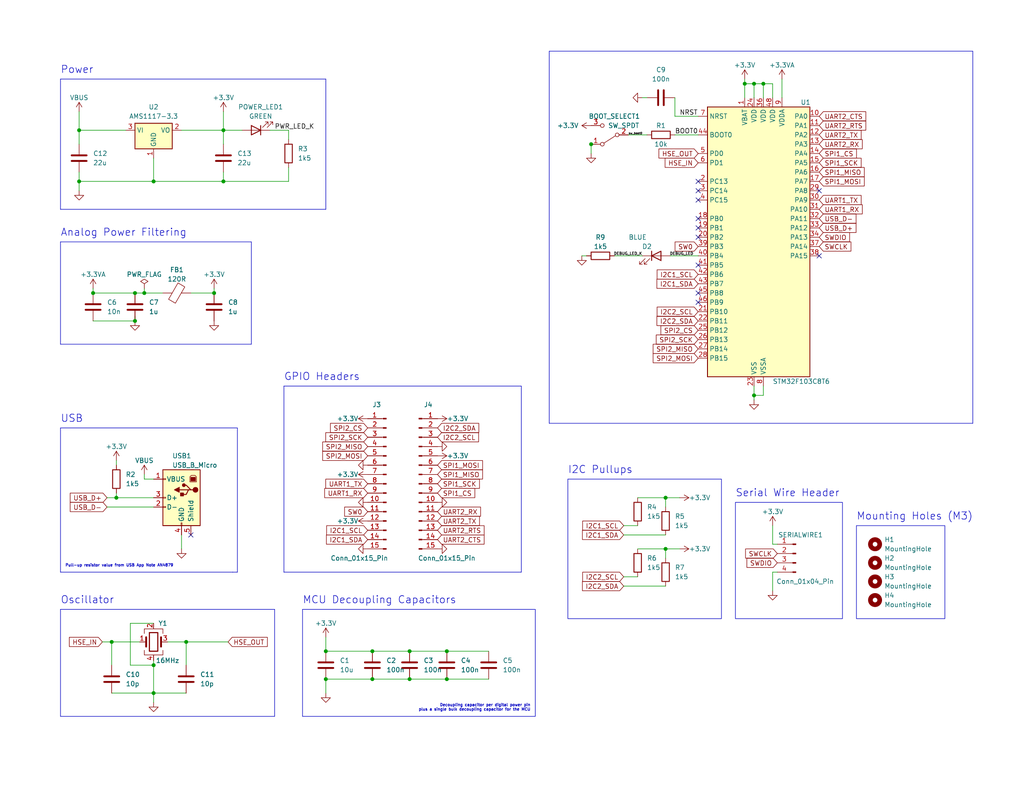
<source format=kicad_sch>
(kicad_sch (version 20230121) (generator eeschema)
  (paper "USLetter")
  (title_block (title "STM32F1 GPIO Breakout Board") (date "2023-10-27") (rev "1.0") (company "James Pack"))
  (lib_symbols
    (symbol "Connector:Conn_01x04_Pin" (pin_names (offset 1.016) hide)
      (property "Reference" "J" (at 0 5.08 0))
      (property "Value" "Conn_01x04_Pin" (at 0 -7.62 0))
      (symbol "Conn_01x04_Pin_1_1"
        (pin passive line (at 5.08 2.54 180) (length 3.81) (name "Pin_1") (number "1"))
        (pin passive line (at 5.08 0 180) (length 3.81) (name "Pin_2") (number "2"))
        (pin passive line (at 5.08 -2.54 180) (length 3.81) (name "Pin_3") (number "3"))
        (pin passive line (at 5.08 -5.08 180) (length 3.81) (name "Pin_4") (number "4"))
      )
    )
    (symbol "Connector:Conn_01x15_Pin" (pin_names (offset 1.016) hide)
      (property "Reference" "J" (at 0 20.32 0))
      (property "Value" "Conn_01x15_Pin" (at 0 -20.32 0))
      (symbol "Conn_01x15_Pin_1_1"
        (pin passive line (at 5.08 17.78 180) (length 3.81) (name "Pin_1") (number "1"))
        (pin passive line (at 5.08 -5.08 180) (length 3.81) (name "Pin_10") (number "10"))
        (pin passive line (at 5.08 -7.62 180) (length 3.81) (name "Pin_11") (number "11"))
        (pin passive line (at 5.08 -10.16 180) (length 3.81) (name "Pin_12") (number "12"))
        (pin passive line (at 5.08 -12.7 180) (length 3.81) (name "Pin_13") (number "13"))
        (pin passive line (at 5.08 -15.24 180) (length 3.81) (name "Pin_14") (number "14"))
        (pin passive line (at 5.08 -17.78 180) (length 3.81) (name "Pin_15") (number "15"))
        (pin passive line (at 5.08 15.24 180) (length 3.81) (name "Pin_2") (number "2"))
        (pin passive line (at 5.08 12.7 180) (length 3.81) (name "Pin_3") (number "3"))
        (pin passive line (at 5.08 10.16 180) (length 3.81) (name "Pin_4") (number "4"))
        (pin passive line (at 5.08 7.62 180) (length 3.81) (name "Pin_5") (number "5"))
        (pin passive line (at 5.08 5.08 180) (length 3.81) (name "Pin_6") (number "6"))
        (pin passive line (at 5.08 2.54 180) (length 3.81) (name "Pin_7") (number "7"))
        (pin passive line (at 5.08 0 180) (length 3.81) (name "Pin_8") (number "8"))
        (pin passive line (at 5.08 -2.54 180) (length 3.81) (name "Pin_9") (number "9"))
      )
    )
    (symbol "Connector:USB_B" (pin_names (offset 1.016))
      (property "Reference" "J" (at -5.08 11.43 0))
      (property "Value" "USB_B" (at -5.08 8.89 0))
      (symbol "USB_B_1_1"
        (pin power_out line (at 7.62 5.08 180) (length 2.54) (name "VBUS") (number "1"))
        (pin bidirectional line (at 7.62 -2.54 180) (length 2.54) (name "D-") (number "2"))
        (pin bidirectional line (at 7.62 0 180) (length 2.54) (name "D+") (number "3"))
        (pin power_out line (at 0 -10.16 90) (length 2.54) (name "GND") (number "4"))
        (pin passive line (at -2.54 -10.16 90) (length 2.54) (name "Shield") (number "5"))
      )
    )
    (symbol "Device:C" (pin_numbers hide) (pin_names (offset 0.254))
      (property "Reference" "C" (at 0.635 2.54 0))
      (property "Value" "C" (at 0.635 -2.54 0))
      (symbol "C_1_1"
        (pin passive line (at 0 3.81 270) (length 2.794) (name "~") (number "1"))
        (pin passive line (at 0 -3.81 90) (length 2.794) (name "~") (number "2"))
      )
    )
    (symbol "Device:Crystal_GND24" (pin_names (offset 1.016) hide)
      (property "Reference" "Y" (at 3.175 5.08 0))
      (property "Value" "Crystal_GND24" (at 3.175 3.175 0))
      (symbol "Crystal_GND24_1_1"
        (pin passive line (at -3.81 0 0) (length 1.27) (name "1") (number "1"))
        (pin passive line (at 0 5.08 270) (length 1.27) (name "2") (number "2"))
        (pin passive line (at 3.81 0 180) (length 1.27) (name "3") (number "3"))
        (pin passive line (at 0 -5.08 90) (length 1.27) (name "4") (number "4"))
      )
    )
    (symbol "Device:FerriteBead" (pin_numbers hide) (pin_names (offset 0))
      (property "Reference" "FB" (at -3.81 0.635 90))
      (property "Value" "FerriteBead" (at 3.81 0 90))
      (symbol "FerriteBead_1_1"
        (pin passive line (at 0 3.81 270) (length 2.54) (name "~") (number "1"))
        (pin passive line (at 0 -3.81 90) (length 2.54) (name "~") (number "2"))
      )
    )
    (symbol "Device:LED" (pin_numbers hide) (pin_names (offset 1.016) hide)
      (property "Reference" "D" (at 0 2.54 0))
      (property "Value" "LED" (at 0 -2.54 0))
      (symbol "LED_1_1"
        (pin passive line (at -3.81 0 0) (length 2.54) (name "K") (number "1"))
        (pin passive line (at 3.81 0 180) (length 2.54) (name "A") (number "2"))
      )
    )
    (symbol "Device:R" (pin_numbers hide) (pin_names (offset 0))
      (property "Reference" "R" (at 2.032 0 90))
      (property "Value" "R" (at 0 0 90))
      (symbol "R_1_1"
        (pin passive line (at 0 3.81 270) (length 1.27) (name "~") (number "1"))
        (pin passive line (at 0 -3.81 90) (length 1.27) (name "~") (number "2"))
      )
    )
    (symbol "MCU_ST_STM32F1:STM32F103C8Tx"
      (property "Reference" "U" (at -12.7 39.37 0))
      (property "Value" "STM32F103C8Tx" (at 10.16 39.37 0))
      (symbol "STM32F103C8Tx_1_1"
        (pin power_in line (at -2.54 40.64 270) (length 2.54) (name "VBAT") (number "1"))
        (pin bidirectional line (at 17.78 35.56 180) (length 2.54) (name "PA0") (number "10"))
        (pin bidirectional line (at 17.78 33.02 180) (length 2.54) (name "PA1") (number "11"))
        (pin bidirectional line (at 17.78 30.48 180) (length 2.54) (name "PA2") (number "12"))
        (pin bidirectional line (at 17.78 27.94 180) (length 2.54) (name "PA3") (number "13"))
        (pin bidirectional line (at 17.78 25.4 180) (length 2.54) (name "PA4") (number "14"))
        (pin bidirectional line (at 17.78 22.86 180) (length 2.54) (name "PA5") (number "15"))
        (pin bidirectional line (at 17.78 20.32 180) (length 2.54) (name "PA6") (number "16"))
        (pin bidirectional line (at 17.78 17.78 180) (length 2.54) (name "PA7") (number "17"))
        (pin bidirectional line (at -15.24 7.62 0) (length 2.54) (name "PB0") (number "18"))
        (pin bidirectional line (at -15.24 5.08 0) (length 2.54) (name "PB1") (number "19"))
        (pin bidirectional line (at -15.24 17.78 0) (length 2.54) (name "PC13") (number "2"))
        (pin bidirectional line (at -15.24 2.54 0) (length 2.54) (name "PB2") (number "20"))
        (pin bidirectional line (at -15.24 -17.78 0) (length 2.54) (name "PB10") (number "21"))
        (pin bidirectional line (at -15.24 -20.32 0) (length 2.54) (name "PB11") (number "22"))
        (pin power_in line (at 0 -38.1 90) (length 2.54) (name "VSS") (number "23"))
        (pin power_in line (at 0 40.64 270) (length 2.54) (name "VDD") (number "24"))
        (pin bidirectional line (at -15.24 -22.86 0) (length 2.54) (name "PB12") (number "25"))
        (pin bidirectional line (at -15.24 -25.4 0) (length 2.54) (name "PB13") (number "26"))
        (pin bidirectional line (at -15.24 -27.94 0) (length 2.54) (name "PB14") (number "27"))
        (pin bidirectional line (at -15.24 -30.48 0) (length 2.54) (name "PB15") (number "28"))
        (pin bidirectional line (at 17.78 15.24 180) (length 2.54) (name "PA8") (number "29"))
        (pin bidirectional line (at -15.24 15.24 0) (length 2.54) (name "PC14") (number "3"))
        (pin bidirectional line (at 17.78 12.7 180) (length 2.54) (name "PA9") (number "30"))
        (pin bidirectional line (at 17.78 10.16 180) (length 2.54) (name "PA10") (number "31"))
        (pin bidirectional line (at 17.78 7.62 180) (length 2.54) (name "PA11") (number "32"))
        (pin bidirectional line (at 17.78 5.08 180) (length 2.54) (name "PA12") (number "33"))
        (pin bidirectional line (at 17.78 2.54 180) (length 2.54) (name "PA13") (number "34"))
        (pin passive line (at 0 -38.1 90) (length 2.54) hide (name "VSS") (number "35"))
        (pin power_in line (at 2.54 40.64 270) (length 2.54) (name "VDD") (number "36"))
        (pin bidirectional line (at 17.78 0 180) (length 2.54) (name "PA14") (number "37"))
        (pin bidirectional line (at 17.78 -2.54 180) (length 2.54) (name "PA15") (number "38"))
        (pin bidirectional line (at -15.24 0 0) (length 2.54) (name "PB3") (number "39"))
        (pin bidirectional line (at -15.24 12.7 0) (length 2.54) (name "PC15") (number "4"))
        (pin bidirectional line (at -15.24 -2.54 0) (length 2.54) (name "PB4") (number "40"))
        (pin bidirectional line (at -15.24 -5.08 0) (length 2.54) (name "PB5") (number "41"))
        (pin bidirectional line (at -15.24 -7.62 0) (length 2.54) (name "PB6") (number "42"))
        (pin bidirectional line (at -15.24 -10.16 0) (length 2.54) (name "PB7") (number "43"))
        (pin input line (at -15.24 30.48 0) (length 2.54) (name "BOOT0") (number "44"))
        (pin bidirectional line (at -15.24 -12.7 0) (length 2.54) (name "PB8") (number "45"))
        (pin bidirectional line (at -15.24 -15.24 0) (length 2.54) (name "PB9") (number "46"))
        (pin passive line (at 0 -38.1 90) (length 2.54) hide (name "VSS") (number "47"))
        (pin power_in line (at 5.08 40.64 270) (length 2.54) (name "VDD") (number "48"))
        (pin bidirectional line (at -15.24 25.4 0) (length 2.54) (name "PD0") (number "5"))
        (pin bidirectional line (at -15.24 22.86 0) (length 2.54) (name "PD1") (number "6"))
        (pin input line (at -15.24 35.56 0) (length 2.54) (name "NRST") (number "7"))
        (pin power_in line (at 2.54 -38.1 90) (length 2.54) (name "VSSA") (number "8"))
        (pin power_in line (at 7.62 40.64 270) (length 2.54) (name "VDDA") (number "9"))
      )
    )
    (symbol "Mechanical:MountingHole" (pin_names (offset 1.016))
      (property "Reference" "H" (at 0 5.08 0))
      (property "Value" "MountingHole" (at 0 3.175 0))
    )
    (symbol "Regulator_Linear:AMS1117-3.3"
      (property "Reference" "U" (at -3.81 3.175 0))
      (property "Value" "AMS1117-3.3" (at 0 3.175 0))
      (symbol "AMS1117-3.3_1_1"
        (pin power_in line (at 0 -7.62 90) (length 2.54) (name "GND") (number "1"))
        (pin power_out line (at 7.62 0 180) (length 2.54) (name "VO") (number "2"))
        (pin power_in line (at -7.62 0 0) (length 2.54) (name "VI") (number "3"))
      )
    )
    (symbol "Switch:SW_SPDT" (pin_names (offset 0) hide)
      (property "Reference" "SW" (at 0 4.318 0))
      (property "Value" "SW_SPDT" (at 0 -5.08 0))
      (symbol "SW_SPDT_1_1"
        (pin passive line (at 5.08 2.54 180) (length 2.54) (name "A") (number "1"))
        (pin passive line (at -5.08 0 0) (length 2.54) (name "B") (number "2"))
        (pin passive line (at 5.08 -2.54 180) (length 2.54) (name "C") (number "3"))
      )
    )
    (symbol "power:+3.3V" (power) (pin_names (offset 0))
      (property "Value" "+3.3V" (at 0 3.556 0))
      (symbol "+3.3V_1_1"
        (pin power_in line (at 0 0 90) (length 0) hide (name "+3.3V") (number "1"))
      )
    )
    (symbol "power:+3.3VA" (power) (pin_names (offset 0))
      (property "Value" "+3.3VA" (at 0 3.556 0))
      (symbol "+3.3VA_1_1"
        (pin power_in line (at 0 0 90) (length 0) hide (name "+3.3VA") (number "1"))
      )
    )
    (symbol "power:GND" (power) (pin_names (offset 0))
      (property "Value" "GND" (at 0 -3.81 0))
      (symbol "GND_1_1"
        (pin power_in line (at 0 0 270) (length 0) hide (name "GND") (number "1"))
      )
    )
    (symbol "power:PWR_FLAG" (power) (pin_numbers hide) (pin_names (offset 0) hide)
      (property "Value" "PWR_FLAG" (at 0 3.81 0))
      (symbol "PWR_FLAG_0_0"
        (pin power_out line (at 0 0 90) (length 0) (name "pwr") (number "1"))
      )
    )
    (symbol "power:VBUS" (power) (pin_names (offset 0))
      (property "Value" "VBUS" (at 0 3.81 0))
      (symbol "VBUS_1_1"
        (pin power_in line (at 0 0 90) (length 0) hide (name "VBUS") (number "1"))
      )
    )
  )
  (junction (at 31.75 135.89))
  (junction (at 101.6 185.42))
  (junction (at 111.76 177.8))
  (junction (at 205.74 22.86))
  (junction (at 203.2 22.86))
  (junction (at 181.61 135.89))
  (junction (at 181.61 149.86))
  (junction (at 50.8 175.26))
  (junction (at 161.29 39.37))
  (junction (at 41.91 181.61))
  (junction (at 21.59 49.53))
  (junction (at 39.37 80.01))
  (junction (at 30.48 175.26))
  (junction (at 88.9 185.42))
  (junction (at 88.9 177.8))
  (junction (at 121.92 177.8))
  (junction (at 205.74 107.95))
  (junction (at 58.42 80.01))
  (junction (at 60.96 35.56))
  (junction (at 36.83 80.01))
  (junction (at 36.83 87.63))
  (junction (at 60.96 49.53))
  (junction (at 101.6 177.8))
  (junction (at 25.4 80.01))
  (junction (at 41.91 189.23))
  (junction (at 41.91 49.53))
  (junction (at 121.92 185.42))
  (junction (at 21.59 35.56))
  (junction (at 208.28 22.86))
  (junction (at 111.76 185.42))
  (no_connect (at 223.52 69.85))
  (no_connect (at 190.5 82.55))
  (no_connect (at 190.5 72.39))
  (no_connect (at 190.5 49.53))
  (no_connect (at 52.07 146.05))
  (no_connect (at 190.5 54.61))
  (no_connect (at 190.5 52.07))
  (no_connect (at 190.5 80.01))
  (no_connect (at 190.5 62.23))
  (no_connect (at 190.5 59.69))
  (no_connect (at 190.5 64.77))
  (no_connect (at 223.52 52.07))
  (wire (pts (xy 88.9 177.8) (xy 101.6 177.8)))
  (wire (pts (xy 36.83 80.01) (xy 39.37 80.01)))
  (wire (pts (xy 39.37 129.54) (xy 39.37 130.81)))
  (wire (pts (xy 208.28 107.95) (xy 205.74 107.95)))
  (polyline (pts (xy 142.24 105.41) (xy 142.24 156.21)))
  (wire (pts (xy 161.29 41.91) (xy 161.29 39.37)))
  (wire (pts (xy 41.91 181.61) (xy 41.91 189.23)))
  (wire (pts (xy 52.07 80.01) (xy 58.42 80.01)))
  (wire (pts (xy 58.42 78.74) (xy 58.42 80.01)))
  (polyline (pts (xy 17.78 116.84) (xy 64.77 116.84)))
  (wire (pts (xy 60.96 35.56) (xy 60.96 39.37)))
  (wire (pts (xy 111.76 185.42) (xy 121.92 185.42)))
  (wire (pts (xy 170.18 146.05) (xy 181.61 146.05)))
  (wire (pts (xy 182.88 69.85) (xy 190.5 69.85)))
  (wire (pts (xy 41.91 49.53) (xy 60.96 49.53)))
  (wire (pts (xy 50.8 175.26) (xy 62.23 175.26)))
  (wire (pts (xy 41.91 170.18) (xy 35.56 170.18)))
  (polyline (pts (xy 149.86 13.97) (xy 149.86 115.57)))
  (wire (pts (xy 205.74 26.67) (xy 205.74 22.86)))
  (wire (pts (xy 78.74 49.53) (xy 60.96 49.53)))
  (wire (pts (xy 78.74 45.72) (xy 78.74 49.53)))
  (wire (pts (xy 101.6 185.42) (xy 111.76 185.42)))
  (polyline (pts (xy 16.51 195.58) (xy 74.93 195.58)))
  (wire (pts (xy 111.76 177.8) (xy 121.92 177.8)))
  (wire (pts (xy 121.92 177.8) (xy 133.35 177.8)))
  (wire (pts (xy 31.75 135.89) (xy 41.91 135.89)))
  (polyline (pts (xy 146.05 166.37) (xy 146.05 195.58)))
  (polyline (pts (xy 68.58 66.04) (xy 68.58 93.98)))
  (wire (pts (xy 170.18 143.51) (xy 173.99 143.51)))
  (polyline (pts (xy 88.9 21.59) (xy 88.9 57.15)))
  (wire (pts (xy 101.6 177.8) (xy 111.76 177.8)))
  (wire (pts (xy 205.74 105.41) (xy 205.74 107.95)))
  (wire (pts (xy 184.15 31.75) (xy 190.5 31.75)))
  (wire (pts (xy 210.82 26.67) (xy 210.82 22.86)))
  (wire (pts (xy 41.91 180.34) (xy 41.91 181.61)))
  (polyline (pts (xy 142.24 156.21) (xy 77.47 156.21)))
  (wire (pts (xy 175.26 69.85) (xy 167.64 69.85)))
  (wire (pts (xy 162.56 39.37) (xy 161.29 39.37)))
  (wire (pts (xy 31.75 134.62) (xy 31.75 135.89)))
  (wire (pts (xy 60.96 46.99) (xy 60.96 49.53)))
  (wire (pts (xy 41.91 189.23) (xy 41.91 191.77)))
  (polyline (pts (xy 74.93 166.37) (xy 74.93 195.58)))
  (wire (pts (xy 181.61 135.89) (xy 181.61 138.43)))
  (wire (pts (xy 170.18 157.48) (xy 173.99 157.48)))
  (wire (pts (xy 203.2 22.86) (xy 203.2 26.67)))
  (polyline (pts (xy 77.47 105.41) (xy 77.47 156.21)))
  (wire (pts (xy 30.48 175.26) (xy 38.1 175.26)))
  (wire (pts (xy 21.59 35.56) (xy 34.29 35.56)))
  (wire (pts (xy 39.37 130.81) (xy 41.91 130.81)))
  (wire (pts (xy 181.61 149.86) (xy 181.61 152.4)))
  (polyline (pts (xy 16.51 66.04) (xy 16.51 93.98)))
  (polyline (pts (xy 16.51 156.21) (xy 63.5 156.21)))
  (wire (pts (xy 88.9 185.42) (xy 101.6 185.42)))
  (wire (pts (xy 173.99 149.86) (xy 181.61 149.86)))
  (wire (pts (xy 35.56 181.61) (xy 41.91 181.61)))
  (polyline (pts (xy 146.05 195.58) (xy 82.55 195.58)))
  (wire (pts (xy 30.48 181.61) (xy 30.48 175.26)))
  (polyline (pts (xy 16.51 66.04) (xy 68.58 66.04)))
  (polyline (pts (xy 16.51 21.59) (xy 88.9 21.59)))
  (polyline (pts (xy 88.9 57.15) (xy 16.51 57.15)))
  (wire (pts (xy 78.74 35.56) (xy 78.74 38.1)))
  (wire (pts (xy 210.82 148.59) (xy 212.09 148.59)))
  (wire (pts (xy 171.45 36.83) (xy 176.53 36.83)))
  (polyline (pts (xy 16.51 93.98) (xy 68.58 93.98)))
  (polyline (pts (xy 16.51 116.84) (xy 16.51 156.21)))
  (wire (pts (xy 88.9 185.42) (xy 88.9 189.23)))
  (wire (pts (xy 35.56 170.18) (xy 35.56 181.61)))
  (wire (pts (xy 31.75 125.73) (xy 31.75 127)))
  (wire (pts (xy 213.36 21.59) (xy 213.36 26.67)))
  (polyline (pts (xy 16.51 21.59) (xy 16.51 57.15)))
  (polyline (pts (xy 16.51 166.37) (xy 74.93 166.37)))
  (wire (pts (xy 36.83 87.63) (xy 36.83 86.36)))
  (polyline (pts (xy 82.55 166.37) (xy 146.05 166.37)))
  (wire (pts (xy 205.74 107.95) (xy 205.74 109.22)))
  (wire (pts (xy 36.83 80.01) (xy 25.4 80.01)))
  (wire (pts (xy 39.37 78.74) (xy 39.37 80.01)))
  (polyline (pts (xy 16.51 195.58) (xy 16.51 166.37)))
  (wire (pts (xy 173.99 135.89) (xy 181.61 135.89)))
  (wire (pts (xy 25.4 80.01) (xy 25.4 78.74)))
  (wire (pts (xy 21.59 39.37) (xy 21.59 35.56)))
  (polyline (pts (xy 149.86 115.57) (xy 265.43 115.57)))
  (wire (pts (xy 39.37 80.01) (xy 44.45 80.01)))
  (polyline (pts (xy 265.43 13.97) (xy 149.86 13.97)))
  (wire (pts (xy 210.82 22.86) (xy 208.28 22.86)))
  (wire (pts (xy 25.4 87.63) (xy 36.83 87.63)))
  (polyline (pts (xy 82.55 166.37) (xy 82.55 195.58)))
  (wire (pts (xy 170.18 160.02) (xy 181.61 160.02)))
  (polyline (pts (xy 265.43 13.97) (xy 265.43 115.57)))
  (wire (pts (xy 184.15 31.75) (xy 184.15 26.67)))
  (wire (pts (xy 27.94 175.26) (xy 30.48 175.26)))
  (wire (pts (xy 208.28 105.41) (xy 208.28 107.95)))
  (wire (pts (xy 29.21 138.43) (xy 41.91 138.43)))
  (polyline (pts (xy 63.5 156.21) (xy 64.77 156.21)))
  (wire (pts (xy 208.28 22.86) (xy 205.74 22.86)))
  (wire (pts (xy 210.82 161.29) (xy 210.82 156.21)))
  (wire (pts (xy 208.28 26.67) (xy 208.28 22.86)))
  (wire (pts (xy 21.59 49.53) (xy 41.91 49.53)))
  (wire (pts (xy 21.59 30.48) (xy 21.59 35.56)))
  (polyline (pts (xy 64.77 116.84) (xy 64.77 156.21)))
  (polyline (pts (xy 77.47 105.41) (xy 142.24 105.41)))
  (wire (pts (xy 88.9 173.99) (xy 88.9 177.8)))
  (wire (pts (xy 181.61 149.86) (xy 185.42 149.86)))
  (wire (pts (xy 21.59 49.53) (xy 21.59 52.07)))
  (wire (pts (xy 158.75 69.85) (xy 160.02 69.85)))
  (wire (pts (xy 41.91 43.18) (xy 41.91 49.53)))
  (wire (pts (xy 49.53 146.05) (xy 49.53 149.86)))
  (polyline (pts (xy 16.51 116.84) (xy 17.78 116.84)))
  (wire (pts (xy 29.21 135.89) (xy 31.75 135.89)))
  (wire (pts (xy 60.96 30.48) (xy 60.96 35.56)))
  (wire (pts (xy 21.59 46.99) (xy 21.59 49.53)))
  (wire (pts (xy 181.61 135.89) (xy 185.42 135.89)))
  (wire (pts (xy 60.96 35.56) (xy 66.04 35.56)))
  (wire (pts (xy 205.74 22.86) (xy 203.2 22.86)))
  (wire (pts (xy 184.15 36.83) (xy 190.5 36.83)))
  (wire (pts (xy 41.91 189.23) (xy 50.8 189.23)))
  (wire (pts (xy 203.2 21.59) (xy 203.2 22.86)))
  (wire (pts (xy 121.92 185.42) (xy 133.35 185.42)))
  (wire (pts (xy 210.82 156.21) (xy 212.09 156.21)))
  (wire (pts (xy 50.8 175.26) (xy 50.8 181.61)))
  (wire (pts (xy 210.82 143.51) (xy 210.82 148.59)))
  (wire (pts (xy 73.66 35.56) (xy 78.74 35.56)))
  (wire (pts (xy 49.53 35.56) (xy 60.96 35.56)))
  (wire (pts (xy 175.26 26.67) (xy 176.53 26.67)))
  (wire (pts (xy 30.48 189.23) (xy 41.91 189.23)))
  (wire (pts (xy 45.72 175.26) (xy 50.8 175.26)))
  (rectangle (start 154.94 130.81) (end 196.85 168.91))
  (rectangle (start 233.68 143.51) (end 257.81 168.91))
  (rectangle (start 200.66 137.16) (end 229.87 168.91))
  (text "GPIO Headers" (at 77.47 104.14 0) (effects (font (size 2 2)) (justify left bottom)))
  (text "Decoupling capacitor per digital power pin\nplus a single bulk decoupling capacitor for the MCU" (at 144.78 194.31 0) (effects (font (size 0.75 0.75)) (justify right bottom)))
  (text "I2C Pullups" (at 154.94 129.54 0) (effects (font (size 2 2)) (justify left bottom)))
  (text "Mounting Holes (M3)" (at 233.68 142.24 0) (effects (font (size 2 2)) (justify left bottom)))
  (text "Serial Wire Header" (at 200.66 135.89 0) (effects (font (size 2 2)) (justify left bottom)))
  (text "Power" (at 16.51 20.32 0) (effects (font (size 2 2)) (justify left bottom)))
  (text "Pull-up resistor value from USB App Note AN4879" (at 17.78 154.94 0) (effects (font (size 0.75 0.75)) (justify left bottom)))
  (text "MCU Decoupling Capacitors" (at 82.55 165.1 0) (effects (font (size 2 2)) (justify left bottom)))
  (text "Analog Power Filtering" (at 16.51 64.77 0) (effects (font (size 2 2)) (justify left bottom)))
  (text "Oscillator" (at 16.51 165.1 0) (effects (font (size 2 2)) (justify left bottom)))
  (text "USB" (at 16.51 115.57 0) (effects (font (size 2 2)) (justify left bottom)))
  (label "DEBUG_LED" (at 189.23 69.85 180) (effects (font (size 0.75 0.75))))
  (label "DEBUG_LED_K" (at 175.26 69.85 180) (effects (font (size 0.75 0.75))))
  (label "BOOT0" (at 184.15 36.83 0))
  (label "sw_boot0" (at 171.45 36.83 0) (effects (font (size 0.54 0.54))))
  (label "NRST" (at 185.42 31.75 0))
  (label "PWR_LED_K" (at 74.93 35.56 0))
  (global_label "UART2_RTS" (shape input) (at 223.52 34.29 0) (property "Intersheetrefs" "${INTERSHEET_REFS}" (effects hide)))
  (global_label "USB_D+" (shape input) (at 223.52 62.23 0) (property "Intersheetrefs" "${INTERSHEET_REFS}" (effects hide)))
  (global_label "SW0" (shape input) (at 100.33 139.7 180) (property "Intersheetrefs" "${INTERSHEET_REFS}" (effects hide)))
  (global_label "SPI1_CS" (shape input) (at 119.38 134.62 0) (property "Intersheetrefs" "${INTERSHEET_REFS}" (effects hide)))
  (global_label "SPI2_MISO" (shape input) (at 190.5 95.25 180) (property "Intersheetrefs" "${INTERSHEET_REFS}" (effects hide)))
  (global_label "USB_D-" (shape input) (at 29.21 138.43 180) (property "Intersheetrefs" "${INTERSHEET_REFS}" (effects hide)))
  (global_label "SPI2_CS" (shape input) (at 100.33 116.84 180) (property "Intersheetrefs" "${INTERSHEET_REFS}" (effects hide)))
  (global_label "HSE_IN" (shape input) (at 27.94 175.26 180) (property "Intersheetrefs" "${INTERSHEET_REFS}" (effects hide)))
  (global_label "SWDIO" (shape input) (at 212.09 153.67 180) (property "Intersheetrefs" "${INTERSHEET_REFS}" (effects hide)))
  (global_label "USB_D+" (shape input) (at 29.21 135.89 180) (property "Intersheetrefs" "${INTERSHEET_REFS}" (effects hide)))
  (global_label "UART1_TX" (shape input) (at 223.52 54.61 0) (property "Intersheetrefs" "${INTERSHEET_REFS}" (effects hide)))
  (global_label "I2C1_SDA" (shape input) (at 190.5 77.47 180) (property "Intersheetrefs" "${INTERSHEET_REFS}" (effects hide)))
  (global_label "UART1_RX" (shape input) (at 223.52 57.15 0) (property "Intersheetrefs" "${INTERSHEET_REFS}" (effects hide)))
  (global_label "UART2_RX" (shape input) (at 119.38 139.7 0) (property "Intersheetrefs" "${INTERSHEET_REFS}" (effects hide)))
  (global_label "I2C2_SCL" (shape input) (at 119.38 119.38 0) (property "Intersheetrefs" "${INTERSHEET_REFS}" (effects hide)))
  (global_label "I2C1_SCL" (shape input) (at 190.5 74.93 180) (property "Intersheetrefs" "${INTERSHEET_REFS}" (effects hide)))
  (global_label "I2C1_SCL" (shape input) (at 170.18 143.51 180) (property "Intersheetrefs" "${INTERSHEET_REFS}" (effects hide)))
  (global_label "I2C2_SDA" (shape input) (at 170.18 160.02 180) (property "Intersheetrefs" "${INTERSHEET_REFS}" (effects hide)))
  (global_label "SPI1_MISO" (shape input) (at 119.38 129.54 0) (property "Intersheetrefs" "${INTERSHEET_REFS}" (effects hide)))
  (global_label "UART2_CTS" (shape input) (at 223.52 31.75 0) (property "Intersheetrefs" "${INTERSHEET_REFS}" (effects hide)))
  (global_label "SPI1_MISO" (shape input) (at 223.52 46.99 0) (property "Intersheetrefs" "${INTERSHEET_REFS}" (effects hide)))
  (global_label "SPI2_MISO" (shape input) (at 100.33 121.92 180) (property "Intersheetrefs" "${INTERSHEET_REFS}" (effects hide)))
  (global_label "SPI2_SCK" (shape input) (at 190.5 92.71 180) (property "Intersheetrefs" "${INTERSHEET_REFS}" (effects hide)))
  (global_label "SWDIO" (shape input) (at 223.52 64.77 0) (property "Intersheetrefs" "${INTERSHEET_REFS}" (effects hide)))
  (global_label "SPI1_SCK" (shape input) (at 223.52 44.45 0) (property "Intersheetrefs" "${INTERSHEET_REFS}" (effects hide)))
  (global_label "UART1_TX" (shape input) (at 100.33 132.08 180) (property "Intersheetrefs" "${INTERSHEET_REFS}" (effects hide)))
  (global_label "USB_D-" (shape input) (at 223.52 59.69 0) (property "Intersheetrefs" "${INTERSHEET_REFS}" (effects hide)))
  (global_label "HSE_IN" (shape input) (at 190.5 44.45 180) (property "Intersheetrefs" "${INTERSHEET_REFS}" (effects hide)))
  (global_label "SPI2_CS" (shape input) (at 190.5 90.17 180) (property "Intersheetrefs" "${INTERSHEET_REFS}" (effects hide)))
  (global_label "SPI2_MOSI" (shape input) (at 190.5 97.79 180) (property "Intersheetrefs" "${INTERSHEET_REFS}" (effects hide)))
  (global_label "SPI1_MOSI" (shape input) (at 223.52 49.53 0) (property "Intersheetrefs" "${INTERSHEET_REFS}" (effects hide)))
  (global_label "SPI1_MOSI" (shape input) (at 119.38 127 0) (property "Intersheetrefs" "${INTERSHEET_REFS}" (effects hide)))
  (global_label "I2C1_SDA" (shape input) (at 100.33 147.32 180) (property "Intersheetrefs" "${INTERSHEET_REFS}" (effects hide)))
  (global_label "UART2_RX" (shape input) (at 223.52 39.37 0) (property "Intersheetrefs" "${INTERSHEET_REFS}" (effects hide)))
  (global_label "I2C1_SDA" (shape input) (at 170.18 146.05 180) (property "Intersheetrefs" "${INTERSHEET_REFS}" (effects hide)))
  (global_label "HSE_OUT" (shape input) (at 190.5 41.91 180) (property "Intersheetrefs" "${INTERSHEET_REFS}" (effects hide)))
  (global_label "SW0" (shape input) (at 190.5 67.31 180) (property "Intersheetrefs" "${INTERSHEET_REFS}" (effects hide)))
  (global_label "SPI1_CS" (shape input) (at 223.52 41.91 0) (property "Intersheetrefs" "${INTERSHEET_REFS}" (effects hide)))
  (global_label "I2C2_SDA" (shape input) (at 190.5 87.63 180) (property "Intersheetrefs" "${INTERSHEET_REFS}" (effects hide)))
  (global_label "I2C2_SCL" (shape input) (at 170.18 157.48 180) (property "Intersheetrefs" "${INTERSHEET_REFS}" (effects hide)))
  (global_label "UART2_TX" (shape input) (at 223.52 36.83 0) (property "Intersheetrefs" "${INTERSHEET_REFS}" (effects hide)))
  (global_label "UART2_TX" (shape input) (at 119.38 142.24 0) (property "Intersheetrefs" "${INTERSHEET_REFS}" (effects hide)))
  (global_label "UART1_RX" (shape input) (at 100.33 134.62 180) (property "Intersheetrefs" "${INTERSHEET_REFS}" (effects hide)))
  (global_label "SWCLK" (shape input) (at 212.09 151.13 180) (property "Intersheetrefs" "${INTERSHEET_REFS}" (effects hide)))
  (global_label "I2C1_SCL" (shape input) (at 100.33 144.78 180) (property "Intersheetrefs" "${INTERSHEET_REFS}" (effects hide)))
  (global_label "I2C2_SCL" (shape input) (at 190.5 85.09 180) (property "Intersheetrefs" "${INTERSHEET_REFS}" (effects hide)))
  (global_label "HSE_OUT" (shape input) (at 62.23 175.26 0) (property "Intersheetrefs" "${INTERSHEET_REFS}" (effects hide)))
  (global_label "UART2_CTS" (shape input) (at 119.38 147.32 0) (property "Intersheetrefs" "${INTERSHEET_REFS}" (effects hide)))
  (global_label "SPI2_MOSI" (shape input) (at 100.33 124.46 180) (property "Intersheetrefs" "${INTERSHEET_REFS}" (effects hide)))
  (global_label "I2C2_SDA" (shape input) (at 119.38 116.84 0) (property "Intersheetrefs" "${INTERSHEET_REFS}" (effects hide)))
  (global_label "SWCLK" (shape input) (at 223.52 67.31 0) (property "Intersheetrefs" "${INTERSHEET_REFS}" (effects hide)))
  (global_label "SPI2_SCK" (shape input) (at 100.33 119.38 180) (property "Intersheetrefs" "${INTERSHEET_REFS}" (effects hide)))
  (global_label "SPI1_SCK" (shape input) (at 119.38 132.08 0) (property "Intersheetrefs" "${INTERSHEET_REFS}" (effects hide)))
  (global_label "UART2_RTS" (shape input) (at 119.38 144.78 0) (property "Intersheetrefs" "${INTERSHEET_REFS}" (effects hide)))
  (symbol (lib_id "power:+3.3V") (at 119.38 114.3 270) (mirror x) (unit 1)
    (property "Reference" "#PWR027" (effects hide))
    (property "Value" "+3.3V" (at 121.92 114.3 90) (effects (justify left)))
  )
  (symbol (lib_id "Regulator_Linear:AMS1117-3.3") (at 41.91 35.56 0) (unit 1)
    (property "Reference" "U2" (at 41.91 29.21 0))
    (property "Value" "AMS1117-3.3" (at 41.91 31.75 0))
    (property "Footprint" "Package_TO_SOT_SMD:SOT-223-3_TabPin2" (effects hide))
    (property "Datasheet" "http://www.advanced-monolithic.com/pdf/ds1117.pdf" (effects hide))
    (property "MPN" "C6186" (effects hide))
    (property "Manufacturer" "Advanced Monolithic Systems" (effects hide))
    (property "Designed Part Number" "LM1117MPX-3.3/NOPB" (effects hide))
    (property "Designed Manufacturer" "Texas Instruments" (effects hide))
    (property "Non-Fabricator PN" "AMS1117-3.3" (effects hide))
  )
  (symbol (lib_id "Connector:USB_B") (at 49.53 135.89 0) (mirror y) (unit 1)
    (property "Reference" "USB1" (at 46.99 124.46 0) (effects (justify right)))
    (property "Value" "USB_B_Micro" (at 46.99 127 0) (effects (justify right)))
    (property "Footprint" "Connector_USB:USB_Micro-B_Wuerth_629105150521" (effects hide))
    (property "Datasheet" " ~" (effects hide))
    (property "MPN" "DNP" (effects hide))
    (property "DNP" "Y" (effects hide))
    (property "Designed Part Number" "629105150521" (effects hide))
    (property "Designed Manufacturer" "Wurth Elektronik" (effects hide))
  )
  (symbol (lib_id "Device:R") (at 180.34 36.83 90) (unit 1)
    (property "Reference" "R1" (at 180.34 34.29 90))
    (property "Value" "10k" (at 180.34 39.37 90))
    (property "Footprint" "Resistor_SMD:R_0402_1005Metric" (effects hide))
    (property "MPN" "C25744" (effects hide))
    (property "Manufacturer" "UNI-ROYAL" (effects hide))
    (property "Designed Part Number" "RMCF0402FT10K0" (effects hide))
    (property "Designed Manufacturer" "SEI Stackpole" (effects hide))
    (property "Non-Fabricator PN" "0402WGF1002TCE" (effects hide))
  )
  (symbol (lib_id "power:PWR_FLAG") (at 39.37 78.74 0) (unit 1)
    (property "Reference" "#FLG01" (effects hide))
    (property "Value" "PWR_FLAG" (at 39.37 74.93 0))
  )
  (symbol (lib_id "Device:R") (at 173.99 139.7 0) (unit 1)
    (property "Reference" "R4" (at 176.53 138.43 0) (effects (justify left)))
    (property "Value" "1k5" (at 176.53 140.97 0) (effects (justify left)))
    (property "Footprint" "Resistor_SMD:R_0402_1005Metric" (effects hide))
    (property "MPN" "C25867" (effects hide))
    (property "Manufacturer" "UNI-ROYAL" (effects hide))
    (property "Designed Part Number" "RMCF0402FT1K50" (effects hide))
    (property "Designed Manufacturer" "SEI Stackpole" (effects hide))
    (property "Non-Fabricator PN" "0402WGF1501TCE" (effects hide))
  )
  (symbol (lib_id "power:GND") (at 161.29 41.91 0) (unit 1)
    (property "Reference" "#PWR09" (effects hide))
    (property "Value" "GND" (effects hide))
  )
  (symbol (lib_id "Device:C") (at 121.92 181.61 0) (unit 1)
    (property "Reference" "C4" (at 125.73 180.34 0) (effects (justify left)))
    (property "Value" "100n" (at 125.73 182.88 0) (effects (justify left)))
    (property "Footprint" "Capacitor_SMD:C_0402_1005Metric" (effects hide))
    (property "MPN" "C1525" (effects hide))
    (property "Manufacturer" "Samsung Electro-Mechanics" (effects hide))
    (property "Designed Part Number" "0402ZD104KAT4A" (effects hide))
    (property "Designed Manufacturer" "KYOCERA AVX" (effects hide))
    (property "Non-Fabricator PN" "CL05B104KO5NNNC" (effects hide))
  )
  (symbol (lib_id "power:VBUS") (at 21.59 30.48 0) (unit 1)
    (property "Reference" "#PWR018" (effects hide))
    (property "Value" "VBUS" (at 21.59 26.67 0))
  )
  (symbol (lib_id "power:+3.3V") (at 58.42 78.74 0) (unit 1)
    (property "Reference" "#PWR07" (effects hide))
    (property "Value" "+3.3V" (at 58.42 74.93 0))
  )
  (symbol (lib_id "Device:C") (at 50.8 185.42 0) (unit 1)
    (property "Reference" "C11" (at 54.61 184.15 0) (effects (justify left)))
    (property "Value" "10p" (at 54.61 186.69 0) (effects (justify left)))
    (property "Footprint" "Capacitor_SMD:C_0402_1005Metric" (effects hide))
    (property "MPN" "C32949" (effects hide))
    (property "Manufacturer" "Samsung Electro-Mechanics" (effects hide))
    (property "Designed Part Number" "LD025A100BAB2A" (effects hide))
    (property "Designed Manufacturer" "KYOCERA AVX" (effects hide))
    (property "Non-Fabricator PN" "CL05C100JB5NNNC" (effects hide))
  )
  (symbol (lib_id "power:GND") (at 100.33 149.86 270) (unit 1)
    (property "Reference" "#PWR026" (effects hide))
    (property "Value" "GND" (effects hide))
  )
  (symbol (lib_id "power:GND") (at 205.74 109.22 0) (unit 1)
    (property "Reference" "#PWR01" (effects hide))
    (property "Value" "GND" (effects hide))
  )
  (symbol (lib_id "Device:FerriteBead") (at 48.26 80.01 90) (unit 1)
    (property "Reference" "FB1" (at 48.26 73.66 90))
    (property "Value" "120R" (at 48.26 76.2 90))
    (property "Footprint" "Inductor_SMD:L_0603_1608Metric" (effects hide))
    (property "MPN" "C22787" (effects hide))
    (property "Manufacturer" "UNI-ROYAL" (effects hide))
    (property "Designed Part Number" "74279262" (effects hide))
    (property "Designed Manufacturer" "Wurth Elektronik" (effects hide))
    (property "Non-Fabricator PN" "0603WAF1200T5E" (effects hide))
  )
  (symbol (lib_id "power:+3.3VA") (at 25.4 78.74 0) (unit 1)
    (property "Reference" "#PWR012" (effects hide))
    (property "Value" "+3.3VA" (at 25.4 74.93 0))
  )
  (symbol (lib_id "power:GND") (at 119.38 121.92 90) (unit 1)
    (property "Reference" "#PWR025" (effects hide))
    (property "Value" "GND" (effects hide))
  )
  (symbol (lib_id "Device:C") (at 21.59 43.18 0) (unit 1)
    (property "Reference" "C12" (at 25.4 41.91 0) (effects (justify left)))
    (property "Value" "22u" (at 25.4 44.45 0) (effects (justify left)))
    (property "Footprint" "Capacitor_SMD:C_0805_2012Metric" (effects hide))
    (property "MPN" "C45783" (effects hide))
    (property "Manufacturer" "Samsung Electro-Mechanics" (effects hide))
    (property "Designed Part Number" "0805YD226MAT2A" (effects hide))
    (property "Designed Manufacturer" "KYOCERA AVX" (effects hide))
    (property "Non-Fabricator PN" "CL21A226MAQNNNE" (effects hide))
  )
  (symbol (lib_id "power:GND") (at 88.9 189.23 0) (unit 1)
    (property "Reference" "#PWR020" (effects hide))
    (property "Value" "GND" (effects hide))
  )
  (symbol (lib_id "MCU_ST_STM32F1:STM32F103C8Tx") (at 205.74 67.31 0) (unit 1)
    (property "Reference" "U1" (at 218.44 27.94 0) (effects (justify left)))
    (property "Value" "STM32F103C8T6" (at 210.82 104.14 0) (effects (justify left)))
    (property "Footprint" "Package_QFP:LQFP-48_7x7mm_P0.5mm" (effects hide))
    (property "Datasheet" "https://www.st.com/resource/en/datasheet/stm32f103c8.pdf" (effects hide))
    (property "MPN" "C8734" (effects hide))
    (property "Manufacturer" "STMicroelectronics" (effects hide))
    (property "Designed Part Number" "STM32F103C8T6" (effects hide))
    (property "Designed Manufacturer" "STMicroelectronics" (effects hide))
    (property "Non-Fabricator PN" "STM32F103C8T6" (effects hide))
  )
  (symbol (lib_id "power:+3.3V") (at 185.42 149.86 270) (mirror x) (unit 1)
    (property "Reference" "#PWR035" (effects hide))
    (property "Value" "+3.3V" (at 187.96 149.86 90) (effects (justify left)))
  )
  (symbol (lib_id "power:GND") (at 36.83 87.63 0) (unit 1)
    (property "Reference" "#PWR04" (effects hide))
    (property "Value" "GND" (effects hide))
  )
  (symbol (lib_id "power:+3.3V") (at 100.33 129.54 90) (unit 1)
    (property "Reference" "#PWR029" (effects hide))
    (property "Value" "+3.3V" (at 97.79 129.54 90) (effects (justify left)))
  )
  (symbol (lib_id "power:+3.3V") (at 31.75 125.73 0) (unit 1)
    (property "Reference" "#PWR013" (effects hide))
    (property "Value" "+3.3V" (at 31.75 121.92 0))
  )
  (symbol (lib_id "Mechanical:MountingHole") (at 238.76 148.59 0) (unit 1)
    (property "Reference" "H1" (at 241.3 147.32 0) (effects (justify left)))
    (property "Value" "MountingHole" (at 241.3 149.86 0) (effects (justify left)))
    (property "Footprint" "MountingHole:MountingHole_3mm_Pad" (effects hide))
    (property "MPN" "DNP" (effects hide))
    (property "DNP" "Y" (effects hide))
  )
  (symbol (lib_id "Device:LED") (at 179.07 69.85 0) (unit 1)
    (property "Reference" "D2" (at 176.53 67.31 0))
    (property "Value" "BLUE" (at 173.99 64.77 0))
    (property "Footprint" "LED_SMD:LED_0603_1608Metric" (effects hide))
    (property "MPN" "C72041" (effects hide))
    (property "Manufacturer" "Everlight Elec" (effects hide))
    (property "Designed Part Number" "150060AS75003" (effects hide))
    (property "Designed Manufacturer" "Wurth Elektronik" (effects hide))
    (property "Non-Fabricator PN" "19-217/BHC-ZL1M2RY/3T" (effects hide))
  )
  (symbol (lib_id "power:GND") (at 100.33 137.16 270) (unit 1)
    (property "Reference" "#PWR031" (effects hide))
    (property "Value" "GND" (effects hide))
  )
  (symbol (lib_id "power:+3.3V") (at 100.33 142.24 90) (unit 1)
    (property "Reference" "#PWR033" (effects hide))
    (property "Value" "+3.3V" (at 97.79 142.24 90) (effects (justify left)))
  )
  (symbol (lib_id "power:GND") (at 119.38 149.86 90) (unit 1)
    (property "Reference" "#PWR024" (effects hide))
    (property "Value" "GND" (effects hide))
  )
  (symbol (lib_id "power:GND") (at 210.82 161.29 0) (unit 1)
    (property "Reference" "#PWR016" (effects hide))
    (property "Value" "GND" (effects hide))
  )
  (symbol (lib_id "Device:C") (at 101.6 181.61 0) (unit 1)
    (property "Reference" "C2" (at 105.41 180.34 0) (effects (justify left)))
    (property "Value" "100n" (at 105.41 182.88 0) (effects (justify left)))
    (property "Footprint" "Capacitor_SMD:C_0402_1005Metric" (effects hide))
    (property "MPN" "C1525" (effects hide))
    (property "Manufacturer" "Samsung Electro-Mechanics" (effects hide))
    (property "Designed Part Number" "0402ZD104KAT4A" (effects hide))
    (property "Designed Manufacturer" "KYOCERA AVX" (effects hide))
    (property "Non-Fabricator PN" "CL05B104KO5NNNC" (effects hide))
  )
  (symbol (lib_id "Device:R") (at 163.83 69.85 270) (unit 1)
    (property "Reference" "R9" (at 163.83 64.77 90))
    (property "Value" "1k5" (at 163.83 67.31 90))
    (property "Footprint" "Resistor_SMD:R_0402_1005Metric" (effects hide))
    (property "MPN" "C25867" (effects hide))
    (property "Manufacturer" "UNI-ROYAL" (effects hide))
    (property "Designed Part Number" "RMCF0402FT1K50" (effects hide))
    (property "Designed Manufacturer" "SEI Stackpole" (effects hide))
    (property "Non-Fabricator PN" "0402WGF1501TCE" (effects hide))
  )
  (symbol (lib_id "Device:C") (at 180.34 26.67 90) (unit 1)
    (property "Reference" "C9" (at 180.34 19.05 90))
    (property "Value" "100n" (at 180.34 21.59 90))
    (property "Footprint" "Capacitor_SMD:C_0402_1005Metric" (effects hide))
    (property "MPN" "C1525" (effects hide))
    (property "Manufacturer" "Samsung Electro-Mechanics" (effects hide))
    (property "Designed Part Number" "0402ZD104KAT4A" (effects hide))
    (property "Designed Manufacturer" "KYOCERA AVX" (effects hide))
    (property "Non-Fabricator PN" "CL05B104KO5NNNC" (effects hide))
  )
  (symbol (lib_id "Device:Crystal_GND24") (at 41.91 175.26 0) (unit 1)
    (property "Reference" "Y1" (at 44.45 170.18 0))
    (property "Value" "16MHz" (at 45.72 180.34 0))
    (property "Footprint" "Crystal:Crystal_SMD_3225-4Pin_3.2x2.5mm" (effects hide))
    (property "MPN" "C2857621" (effects hide))
    (property "Manufacturer" "WTL" (effects hide))
    (property "Designed Part Number" "ECS-160-10-33B-CKM-TR" (effects hide))
    (property "Designed Manufacturer" "ECS" (effects hide))
    (property "Non-Fabricator PN" "WTL3M01610" (effects hide))
  )
  (symbol (lib_id "Connector:Conn_01x15_Pin") (at 114.3 132.08 0) (unit 1)
    (property "Reference" "J4" (at 116.84 110.49 0))
    (property "Value" "Conn_01x15_Pin" (at 121.92 152.4 0))
    (property "Footprint" "Connector_PinHeader_2.54mm:PinHeader_1x15_P2.54mm_Vertical" (effects hide))
    (property "MPN" "DNP" (effects hide))
    (property "DNP" "Y" (effects hide))
  )
  (symbol (lib_id "power:GND") (at 100.33 127 270) (unit 1)
    (property "Reference" "#PWR028" (effects hide))
    (property "Value" "GND" (effects hide))
  )
  (symbol (lib_id "Device:C") (at 88.9 181.61 0) (unit 1)
    (property "Reference" "C1" (at 92.71 180.34 0) (effects (justify left)))
    (property "Value" "10u" (at 92.71 182.88 0) (effects (justify left)))
    (property "Footprint" "Capacitor_SMD:C_0603_1608Metric" (effects hide))
    (property "MPN" "C19702" (effects hide))
    (property "Manufacturer" "Samsung Electro-Mechanics" (effects hide))
    (property "Designed Part Number" "0603ZD106MAT4A" (effects hide))
    (property "Designed Manufacturer" "KYOCERA AVX" (effects hide))
    (property "Non-Fabricator PN" "CL10A106KP8NNNC" (effects hide))
  )
  (symbol (lib_id "Device:C") (at 111.76 181.61 0) (unit 1)
    (property "Reference" "C3" (at 115.57 180.34 0) (effects (justify left)))
    (property "Value" "100n" (at 115.57 182.88 0) (effects (justify left)))
    (property "Footprint" "Capacitor_SMD:C_0402_1005Metric" (effects hide))
    (property "MPN" "C1525" (effects hide))
    (property "Manufacturer" "Samsung Electro-Mechanics" (effects hide))
    (property "Designed Part Number" "0402ZD104KAT4A" (effects hide))
    (property "Designed Manufacturer" "KYOCERA AVX" (effects hide))
    (property "Non-Fabricator PN" "CL05B104KO5NNNC" (effects hide))
  )
  (symbol (lib_id "Switch:SW_SPDT") (at 166.37 36.83 180) (unit 1)
    (property "Reference" "BOOT_SELECT1" (at 167.64 31.75 0))
    (property "Value" "SW_SPDT" (at 170.18 34.29 0))
    (property "Footprint" "Button_Switch_SMD:SW_SPDT_PCM12" (effects hide))
    (property "MPN" "DNP" (effects hide))
    (property "DNP" "Y" (effects hide))
    (property "Designed Part Number" "450404015514" (effects hide))
    (property "Designed Manufacturer" "Wurth Elektronik" (effects hide))
  )
  (symbol (lib_id "power:GND") (at 58.42 87.63 0) (unit 1)
    (property "Reference" "#PWR06" (effects hide))
    (property "Value" "GND" (effects hide))
  )
  (symbol (lib_id "Connector:Conn_01x15_Pin") (at 105.41 132.08 0) (mirror y) (unit 1)
    (property "Reference" "J3" (at 101.6 110.49 0) (effects (justify right)))
    (property "Value" "Conn_01x15_Pin" (at 90.17 152.4 0) (effects (justify right)))
    (property "Footprint" "Connector_PinHeader_2.54mm:PinHeader_1x15_P2.54mm_Vertical" (effects hide))
    (property "MPN" "DNP" (effects hide))
    (property "DNP" "Y" (effects hide))
  )
  (symbol (lib_id "Device:C") (at 58.42 83.82 0) (unit 1)
    (property "Reference" "C8" (at 62.23 82.55 0) (effects (justify left)))
    (property "Value" "1u" (at 62.23 85.09 0) (effects (justify left)))
    (property "Footprint" "Capacitor_SMD:C_0603_1608Metric" (effects hide))
    (property "MPN" "C15849" (effects hide))
    (property "Manufacturer" "Samsung Electro-Mechanics" (effects hide))
    (property "Designed Part Number" "0603ZD105KAT2A" (effects hide))
    (property "Designed Manufacturer" "KYOCERA AVX" (effects hide))
    (property "Non-Fabricator PN" "CL10A105KB8NNNC" (effects hide))
  )
  (symbol (lib_id "power:GND") (at 41.91 191.77 0) (unit 1)
    (property "Reference" "#PWR011" (effects hide))
    (property "Value" "GND" (effects hide))
  )
  (symbol (lib_id "Device:R") (at 181.61 142.24 0) (unit 1)
    (property "Reference" "R5" (at 184.15 140.97 0) (effects (justify left)))
    (property "Value" "1k5" (at 184.15 143.51 0) (effects (justify left)))
    (property "Footprint" "Resistor_SMD:R_0402_1005Metric" (effects hide))
    (property "MPN" "C25867" (effects hide))
    (property "Manufacturer" "UNI-ROYAL" (effects hide))
    (property "Designed Part Number" "RMCF0402FT1K50" (effects hide))
    (property "Designed Manufacturer" "SEI Stackpole" (effects hide))
    (property "Non-Fabricator PN" "0402WGF1501TCE" (effects hide))
  )
  (symbol (lib_id "Device:R") (at 31.75 130.81 0) (unit 1)
    (property "Reference" "R2" (at 34.29 129.54 0) (effects (justify left)))
    (property "Value" "1k5" (at 34.29 132.08 0) (effects (justify left)))
    (property "Footprint" "Resistor_SMD:R_0402_1005Metric" (effects hide))
    (property "MPN" "C25867" (effects hide))
    (property "Manufacturer" "UNI-ROYAL" (effects hide))
    (property "Designed Part Number" "RMCF0402FT1K50" (effects hide))
    (property "Designed Manufacturer" "SEI Stackpole" (effects hide))
    (property "Non-Fabricator PN" "0402WGF1501TCE" (effects hide))
  )
  (symbol (lib_id "power:+3.3V") (at 60.96 30.48 0) (unit 1)
    (property "Reference" "#PWR019" (effects hide))
    (property "Value" "+3.3V" (at 60.96 26.67 0))
  )
  (symbol (lib_id "Device:C") (at 60.96 43.18 0) (unit 1)
    (property "Reference" "C13" (at 64.77 41.91 0) (effects (justify left)))
    (property "Value" "22u" (at 64.77 44.45 0) (effects (justify left)))
    (property "Footprint" "Capacitor_SMD:C_0805_2012Metric" (effects hide))
    (property "MPN" "C45783" (effects hide))
    (property "Manufacturer" "Samsung Electro-Mechanics" (effects hide))
    (property "Designed Part Number" "0805YD226MAT2A" (effects hide))
    (property "Designed Manufacturer" "KYOCERA AVX" (effects hide))
    (property "Non-Fabricator PN" "CL21A226MAQNNNE" (effects hide))
  )
  (symbol (lib_id "power:GND") (at 158.75 69.85 0) (unit 1)
    (property "Reference" "#PWR023" (effects hide))
    (property "Value" "GND" (effects hide))
  )
  (symbol (lib_id "Device:R") (at 78.74 41.91 0) (unit 1)
    (property "Reference" "R3" (at 81.28 40.64 0) (effects (justify left)))
    (property "Value" "1k5" (at 81.28 43.18 0) (effects (justify left)))
    (property "Footprint" "Resistor_SMD:R_0402_1005Metric" (effects hide))
    (property "MPN" "C25867" (effects hide))
    (property "Manufacturer" "UNI-ROYAL" (effects hide))
    (property "Designed Part Number" "RMCF0402FT1K50" (effects hide))
    (property "Designed Manufacturer" "SEI Stackpole" (effects hide))
    (property "Non-Fabricator PN" "0402WGF1501TCE" (effects hide))
  )
  (symbol (lib_id "power:GND") (at 21.59 52.07 0) (unit 1)
    (property "Reference" "#PWR017" (effects hide))
    (property "Value" "GND" (effects hide))
  )
  (symbol (lib_id "Device:LED") (at 69.85 35.56 180) (unit 1)
    (property "Reference" "POWER_LED1" (at 71.12 29.21 0))
    (property "Value" "GREEN" (at 71.12 31.75 0))
    (property "Footprint" "LED_SMD:LED_0603_1608Metric" (effects hide))
    (property "MPN" "C72043" (effects hide))
    (property "Manufacturer" "Everlight Elec" (effects hide))
    (property "Designed Part Number" "150060VS75000" (effects hide))
    (property "Designed Manufacturer" "Wurth Elektronik" (effects hide))
    (property "Non-Fabricator PN" "19-217/GHC-YR1S2/3T" (effects hide))
  )
  (symbol (lib_id "Mechanical:MountingHole") (at 238.76 163.83 0) (unit 1)
    (property "Reference" "H4" (at 241.3 162.56 0) (effects (justify left)))
    (property "Value" "MountingHole" (at 241.3 165.1 0) (effects (justify left)))
    (property "Footprint" "MountingHole:MountingHole_3mm_Pad" (effects hide))
    (property "MPN" "DNP" (effects hide))
    (property "DNP" "Y" (effects hide))
  )
  (symbol (lib_id "power:+3.3VA") (at 213.36 21.59 0) (unit 1)
    (property "Reference" "#PWR05" (effects hide))
    (property "Value" "+3.3VA" (at 213.36 17.78 0))
  )
  (symbol (lib_id "Device:R") (at 173.99 153.67 0) (unit 1)
    (property "Reference" "R6" (at 176.53 152.4 0) (effects (justify left)))
    (property "Value" "1k5" (at 176.53 154.94 0) (effects (justify left)))
    (property "Footprint" "Resistor_SMD:R_0402_1005Metric" (effects hide))
    (property "MPN" "C25867" (effects hide))
    (property "Manufacturer" "UNI-ROYAL" (effects hide))
    (property "Designed Part Number" "RMCF0402FT1K50" (effects hide))
    (property "Designed Manufacturer" "SEI Stackpole" (effects hide))
    (property "Non-Fabricator PN" "0402WGF1501TCE" (effects hide))
  )
  (symbol (lib_id "power:+3.3V") (at 88.9 173.99 0) (unit 1)
    (property "Reference" "#PWR03" (effects hide))
    (property "Value" "+3.3V" (at 88.9 170.18 0))
  )
  (symbol (lib_id "power:VBUS") (at 39.37 129.54 0) (unit 1)
    (property "Reference" "#PWR014" (effects hide))
    (property "Value" "VBUS" (at 39.37 125.73 0))
  )
  (symbol (lib_id "Device:C") (at 25.4 83.82 0) (unit 1)
    (property "Reference" "C6" (at 29.21 82.55 0) (effects (justify left)))
    (property "Value" "10n" (at 29.21 85.09 0) (effects (justify left)))
    (property "Footprint" "Capacitor_SMD:C_0402_1005Metric" (effects hide))
    (property "MPN" "C15195" (effects hide))
    (property "Manufacturer" "Samsung Electro-Mechanics" (effects hide))
    (property "Designed Part Number" "0402ZC103MAT2A" (effects hide))
    (property "Designed Manufacturer" "KYOCERA AVX" (effects hide))
    (property "Non-Fabricator PN" "CL05B103KB5NNNC" (effects hide))
  )
  (symbol (lib_id "Mechanical:MountingHole") (at 238.76 153.67 0) (unit 1)
    (property "Reference" "H2" (at 241.3 152.4 0) (effects (justify left)))
    (property "Value" "MountingHole" (at 241.3 154.94 0) (effects (justify left)))
    (property "Footprint" "MountingHole:MountingHole_3mm_Pad" (effects hide))
    (property "MPN" "DNP" (effects hide))
    (property "DNP" "Y" (effects hide))
  )
  (symbol (lib_id "Device:C") (at 133.35 181.61 0) (unit 1)
    (property "Reference" "C5" (at 137.16 180.34 0) (effects (justify left)))
    (property "Value" "100n" (at 137.16 182.88 0) (effects (justify left)))
    (property "Footprint" "Capacitor_SMD:C_0402_1005Metric" (effects hide))
    (property "MPN" "C1525" (effects hide))
    (property "Manufacturer" "Samsung Electro-Mechanics" (effects hide))
    (property "Designed Part Number" "0402ZD104KAT4A" (effects hide))
    (property "Designed Manufacturer" "KYOCERA AVX" (effects hide))
    (property "Non-Fabricator PN" "CL05B104KO5NNNC" (effects hide))
  )
  (symbol (lib_id "Device:R") (at 181.61 156.21 0) (unit 1)
    (property "Reference" "R7" (at 184.15 154.94 0) (effects (justify left)))
    (property "Value" "1k5" (at 184.15 157.48 0) (effects (justify left)))
    (property "Footprint" "Resistor_SMD:R_0402_1005Metric" (effects hide))
    (property "MPN" "C25867" (effects hide))
    (property "Manufacturer" "UNI-ROYAL" (effects hide))
    (property "Designed Part Number" "RMCF0402FT1K50" (effects hide))
    (property "Designed Manufacturer" "SEI Stackpole" (effects hide))
    (property "Non-Fabricator PN" "0402WGF1501TCE" (effects hide))
  )
  (symbol (lib_id "power:+3.3V") (at 210.82 143.51 0) (unit 1)
    (property "Reference" "#PWR015" (effects hide))
    (property "Value" "+3.3V" (at 210.82 139.7 0))
  )
  (symbol (lib_id "power:+3.3V") (at 203.2 21.59 0) (unit 1)
    (property "Reference" "#PWR02" (effects hide))
    (property "Value" "+3.3V" (at 203.2 17.78 0))
  )
  (symbol (lib_id "power:+3.3V") (at 185.42 135.89 270) (mirror x) (unit 1)
    (property "Reference" "#PWR034" (effects hide))
    (property "Value" "+3.3V" (at 187.96 135.89 90) (effects (justify left)))
  )
  (symbol (lib_id "power:GND") (at 119.38 137.16 90) (unit 1)
    (property "Reference" "#PWR032" (effects hide))
    (property "Value" "GND" (effects hide))
  )
  (symbol (lib_id "power:+3.3V") (at 161.29 34.29 90) (unit 1)
    (property "Reference" "#PWR010" (effects hide))
    (property "Value" "+3.3V" (at 154.94 34.29 90))
  )
  (symbol (lib_id "power:GND") (at 49.53 149.86 0) (unit 1)
    (property "Reference" "#PWR021" (effects hide))
    (property "Value" "GND" (effects hide))
  )
  (symbol (lib_id "power:+3.3V") (at 100.33 114.3 90) (unit 1)
    (property "Reference" "#PWR022" (effects hide))
    (property "Value" "+3.3V" (at 97.79 114.3 90) (effects (justify left)))
  )
  (symbol (lib_id "Device:C") (at 30.48 185.42 0) (unit 1)
    (property "Reference" "C10" (at 34.29 184.15 0) (effects (justify left)))
    (property "Value" "10p" (at 34.29 186.69 0) (effects (justify left)))
    (property "Footprint" "Capacitor_SMD:C_0402_1005Metric" (effects hide))
    (property "MPN" "C32949" (effects hide))
    (property "Manufacturer" "Samsung Electro-Mechanics" (effects hide))
    (property "Designed Part Number" "LD025A100BAB2A" (effects hide))
    (property "Designed Manufacturer" "KYOCERA AVX" (effects hide))
    (property "Non-Fabricator PN" "CL05C100JB5NNNC" (effects hide))
  )
  (symbol (lib_id "Connector:Conn_01x04_Pin") (at 217.17 151.13 0) (mirror y) (unit 1)
    (property "Reference" "SERIALWIRE1" (at 218.44 146.05 0))
    (property "Value" "Conn_01x04_Pin" (at 219.71 158.75 0))
    (property "Footprint" "Connector_PinHeader_2.54mm:PinHeader_1x04_P2.54mm_Vertical" (effects hide))
    (property "MPN" "DNP" (effects hide))
    (property "DNP" "Y" (effects hide))
  )
  (symbol (lib_id "power:GND") (at 175.26 26.67 270) (unit 1)
    (property "Reference" "#PWR08" (effects hide))
    (property "Value" "GND" (effects hide))
  )
  (symbol (lib_id "power:+3.3V") (at 119.38 124.46 270) (unit 1)
    (property "Reference" "#PWR030" (effects hide))
    (property "Value" "+3.3V" (at 121.92 124.46 90) (effects (justify left)))
  )
  (symbol (lib_id "Device:C") (at 36.83 83.82 0) (unit 1)
    (property "Reference" "C7" (at 40.64 82.55 0) (effects (justify left)))
    (property "Value" "1u" (at 40.64 85.09 0) (effects (justify left)))
    (property "Footprint" "Capacitor_SMD:C_0603_1608Metric" (effects hide))
    (property "MPN" "C15849" (effects hide))
    (property "Manufacturer" "Samsung Electro-Mechanics" (effects hide))
    (property "Designed Part Number" "0603ZD105KAT2A" (effects hide))
    (property "Designed Manufacturer" "KYOCERA AVX" (effects hide))
    (property "Non-Fabricator PN" "CL10A105KB8NNNC" (effects hide))
  )
  (symbol (lib_id "Mechanical:MountingHole") (at 238.76 158.75 0) (unit 1)
    (property "Reference" "H3" (at 241.3 157.48 0) (effects (justify left)))
    (property "Value" "MountingHole" (at 241.3 160.02 0) (effects (justify left)))
    (property "Footprint" "MountingHole:MountingHole_3mm_Pad" (effects hide))
    (property "MPN" "DNP" (effects hide))
    (property "DNP" "Y" (effects hide))
  )
)
</source>
